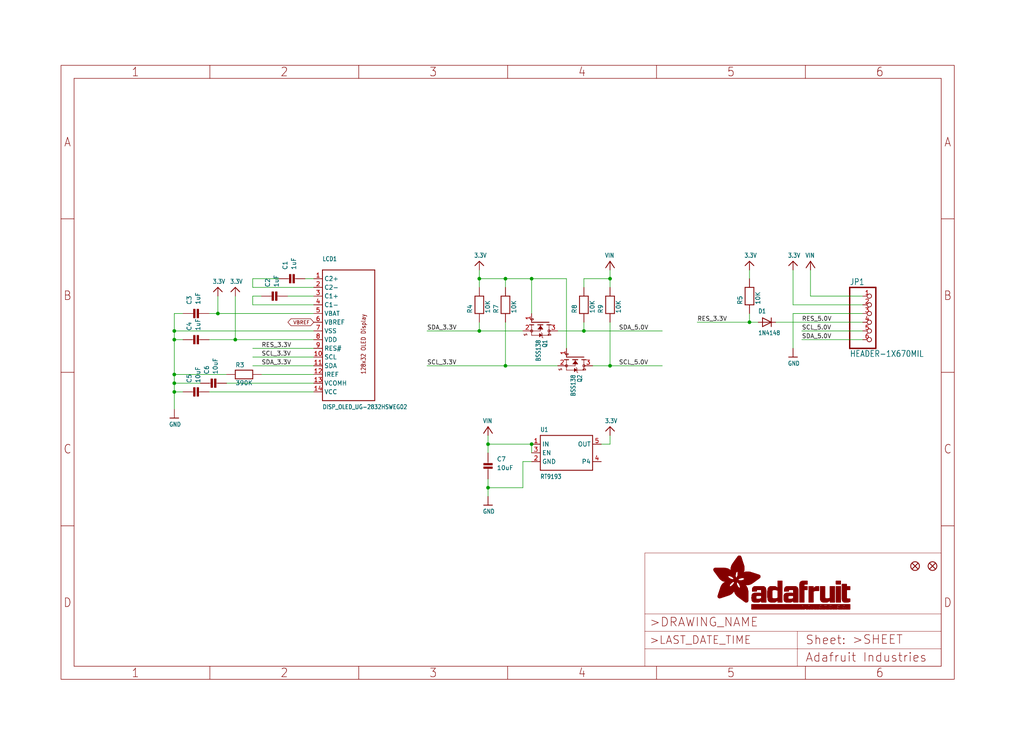
<source format=kicad_sch>
(kicad_sch (version 20211123) (generator eeschema)
  (paper "User" 298.45 217.881)
  (lib_symbols
    (symbol "schematicEagle-eagle-import:3.3V" (power)
      (property "Value" "3.3V" (at -1.524 3.556 0))
      (symbol "3.3V_1_0"
        (pin power_in line (at 0 0 90) (length 2.54) (name "3.3V") (number "1"))
      )
    )
    (symbol "schematicEagle-eagle-import:CAP_CERAMIC0805"
      (property "Reference" "C" (at 2.54 2.54 0))
      (property "Value" "CAP_CERAMIC0805" (at 2.54 0 0))
      (symbol "CAP_CERAMIC0805_1_0"
        (pin passive line (at 0 5.08 270) (length 2.54) (name "P$1") (number "1"))
        (pin passive line (at 0 -2.54 90) (length 2.54) (name "P$2") (number "2"))
      )
    )
    (symbol "schematicEagle-eagle-import:DIODESOD-323F"
      (property "Reference" "D" (at -2.54 2.54 0))
      (property "Value" "DIODESOD-323F" (at -2.54 -3.81 0))
      (symbol "DIODESOD-323F_1_0"
        (pin passive line (at -2.54 0 0) (length 2.54) (name "A") (number "A"))
        (pin passive line (at 2.54 0 180) (length 2.54) (name "C") (number "C"))
      )
    )
    (symbol "schematicEagle-eagle-import:DISP_OLED_UG-2832HSWEG02"
      (property "Reference" "LCD" (at -7.62 22.86 0))
      (property "Value" "DISP_OLED_UG-2832HSWEG02" (at -7.62 -20.32 0))
      (symbol "DISP_OLED_UG-2832HSWEG02_1_0"
        (text "128x32 OLED Display" (at 5.08 -10.16 900) (effects (font (size 1.27 1.0795)) (justify left bottom)))
        (pin bidirectional line (at -10.16 17.78 0) (length 2.54) (name "C2+") (number "1"))
        (pin bidirectional line (at -10.16 -5.08 0) (length 2.54) (name "SCL") (number "10"))
        (pin bidirectional line (at -10.16 -7.62 0) (length 2.54) (name "SDA") (number "11"))
        (pin bidirectional line (at -10.16 -10.16 0) (length 2.54) (name "IREF") (number "12"))
        (pin power_in line (at -10.16 -12.7 0) (length 2.54) (name "VCOMH") (number "13"))
        (pin power_in line (at -10.16 -15.24 0) (length 2.54) (name "VCC") (number "14"))
        (pin bidirectional line (at -10.16 15.24 0) (length 2.54) (name "C2-") (number "2"))
        (pin bidirectional line (at -10.16 12.7 0) (length 2.54) (name "C1+") (number "3"))
        (pin bidirectional line (at -10.16 10.16 0) (length 2.54) (name "C1-") (number "4"))
        (pin power_in line (at -10.16 7.62 0) (length 2.54) (name "VBAT") (number "5"))
        (pin power_in line (at -10.16 5.08 0) (length 2.54) (name "VBREF") (number "6"))
        (pin power_in line (at -10.16 2.54 0) (length 2.54) (name "VSS") (number "7"))
        (pin power_in line (at -10.16 0 0) (length 2.54) (name "VDD") (number "8"))
        (pin bidirectional line (at -10.16 -2.54 0) (length 2.54) (name "RES#") (number "9"))
      )
    )
    (symbol "schematicEagle-eagle-import:FIDUCIAL{dblquote}{dblquote}")
    (symbol "schematicEagle-eagle-import:FRAME_A4_ADAFRUIT"
      (symbol "FRAME_A4_ADAFRUIT_0_0"
        (text "1" (at 21.6958 1.905 0) (effects (font (size 2.54 2.286))))
        (text "1" (at 21.6958 177.165 0) (effects (font (size 2.54 2.286))))
        (text "2" (at 65.0875 1.905 0) (effects (font (size 2.54 2.286))))
        (text "2" (at 65.0875 177.165 0) (effects (font (size 2.54 2.286))))
        (text "3" (at 108.4792 1.905 0) (effects (font (size 2.54 2.286))))
        (text "3" (at 108.4792 177.165 0) (effects (font (size 2.54 2.286))))
        (text "4" (at 151.8708 1.905 0) (effects (font (size 2.54 2.286))))
        (text "4" (at 151.8708 177.165 0) (effects (font (size 2.54 2.286))))
        (text "5" (at 195.2625 1.905 0) (effects (font (size 2.54 2.286))))
        (text "5" (at 195.2625 177.165 0) (effects (font (size 2.54 2.286))))
        (text "6" (at 238.6542 1.905 0) (effects (font (size 2.54 2.286))))
        (text "6" (at 238.6542 177.165 0) (effects (font (size 2.54 2.286))))
        (text "A" (at 1.905 156.6863 0) (effects (font (size 2.54 2.286))))
        (text "A" (at 258.445 156.6863 0) (effects (font (size 2.54 2.286))))
        (text "B" (at 1.905 111.9188 0) (effects (font (size 2.54 2.286))))
        (text "B" (at 258.445 111.9188 0) (effects (font (size 2.54 2.286))))
        (text "C" (at 1.905 67.1513 0) (effects (font (size 2.54 2.286))))
        (text "C" (at 258.445 67.1513 0) (effects (font (size 2.54 2.286))))
        (text "D" (at 1.905 22.3838 0) (effects (font (size 2.54 2.286))))
        (text "D" (at 258.445 22.3838 0) (effects (font (size 2.54 2.286))))
      )
      (symbol "FRAME_A4_ADAFRUIT_1_0"
        (text ">DRAWING_NAME" (at 171.45 15.24 0) (effects (font (size 2.54 2.54)) (justify left bottom)))
        (text ">LAST_DATE_TIME" (at 171.45 10.16 0) (effects (font (size 2.286 2.286)) (justify left bottom)))
        (text ">SHEET" (at 230.505 10.16 0) (effects (font (size 2.54 2.54)) (justify left bottom)))
        (text "Adafruit Industries" (at 216.916 4.953 0) (effects (font (size 2.54 2.54)) (justify left bottom)))
        (text "Sheet:" (at 216.916 10.033 0) (effects (font (size 2.54 2.54)) (justify left bottom)))
      )
    )
    (symbol "schematicEagle-eagle-import:GND" (power)
      (property "Value" "GND" (at -1.524 -2.54 0))
      (symbol "GND_1_0"
        (pin power_in line (at 0 2.54 270) (length 2.54) (name "GND") (number "1"))
      )
    )
    (symbol "schematicEagle-eagle-import:HEADER-1X670MIL"
      (property "Reference" "JP" (at -6.35 10.795 0))
      (property "Value" "HEADER-1X670MIL" (at -6.35 -10.16 0))
      (symbol "HEADER-1X670MIL_1_0"
        (pin passive inverted (at -2.54 7.62 0) (length 2.54) (name "1") (number "1"))
        (pin passive inverted (at -2.54 5.08 0) (length 2.54) (name "2") (number "2"))
        (pin passive inverted (at -2.54 2.54 0) (length 2.54) (name "3") (number "3"))
        (pin passive inverted (at -2.54 0 0) (length 2.54) (name "4") (number "4"))
        (pin passive inverted (at -2.54 -2.54 0) (length 2.54) (name "5") (number "5"))
        (pin passive inverted (at -2.54 -5.08 0) (length 2.54) (name "6") (number "6"))
      )
    )
    (symbol "schematicEagle-eagle-import:MOSFET-NWIDE"
      (property "Reference" "Q" (at 5.08 0.635 0))
      (property "Value" "MOSFET-NWIDE" (at 5.08 -1.27 0))
      (symbol "MOSFET-NWIDE_1_0"
        (text "D" (at 3.175 3.175 0) (effects (font (size 0.8128 0.6908)) (justify left bottom)))
        (text "G" (at -1.27 -1.905 0) (effects (font (size 0.8128 0.6908)) (justify left bottom)))
        (text "S" (at 3.175 -3.81 0) (effects (font (size 0.8128 0.6908)) (justify left bottom)))
        (pin bidirectional line (at -2.54 -2.54 0) (length 2.54) (name "G") (number "1"))
        (pin bidirectional line (at 2.54 -5.08 90) (length 2.54) (name "S") (number "2"))
        (pin bidirectional line (at 2.54 5.08 270) (length 2.54) (name "D") (number "3"))
      )
    )
    (symbol "schematicEagle-eagle-import:RESISTOR0805"
      (property "Reference" "R" (at -2.54 2.032 0))
      (property "Value" "RESISTOR0805" (at -2.54 -3.175 0))
      (symbol "RESISTOR0805_1_0"
        (pin passive line (at -5.08 0 0) (length 2.54) (name "1") (number "1"))
        (pin passive line (at 5.08 0 180) (length 2.54) (name "2") (number "2"))
      )
    )
    (symbol "schematicEagle-eagle-import:VIN" (power)
      (property "Value" "VIN" (at -1.524 3.556 0))
      (symbol "VIN_1_0"
        (pin power_in line (at 0 0 90) (length 2.54) (name "VIN") (number "1"))
      )
    )
    (symbol "schematicEagle-eagle-import:VREG_SOT23-5"
      (property "Reference" "U" (at -7.62 6.096 0))
      (property "Value" "VREG_SOT23-5" (at -7.62 -7.62 0))
      (symbol "VREG_SOT23-5_1_0"
        (pin bidirectional line (at -10.16 2.54 0) (length 2.54) (name "IN") (number "1"))
        (pin bidirectional line (at -10.16 -2.54 0) (length 2.54) (name "GND") (number "2"))
        (pin bidirectional line (at -10.16 0 0) (length 2.54) (name "EN") (number "3"))
        (pin bidirectional line (at 10.16 -2.54 180) (length 2.54) (name "P4") (number "4"))
        (pin bidirectional line (at 10.16 2.54 180) (length 2.54) (name "OUT") (number "5"))
      )
    )
  )
  (junction (at 177.8 106.68))
  (junction (at 68.58 99.06))
  (junction (at 63.5 91.44))
  (junction (at 218.44 93.98))
  (junction (at 147.32 81.28))
  (junction (at 142.24 129.54))
  (junction (at 139.7 96.52))
  (junction (at 50.8 96.52))
  (junction (at 147.32 106.68))
  (junction (at 139.7 81.28))
  (junction (at 50.8 99.06))
  (junction (at 50.8 109.22))
  (junction (at 142.24 142.24))
  (junction (at 177.8 81.28))
  (junction (at 154.94 81.28))
  (junction (at 50.8 111.76))
  (junction (at 170.18 96.52))
  (junction (at 154.94 129.54))
  (junction (at 50.8 114.3))
  (wire (pts (xy 152.4 134.62) (xy 152.4 142.24)))
  (wire (pts (xy 50.8 111.76) (xy 50.8 114.3)))
  (wire (pts (xy 139.7 83.82) (xy 139.7 81.28)))
  (wire (pts (xy 139.7 96.52) (xy 139.7 93.98)))
  (wire (pts (xy 152.4 96.52) (xy 139.7 96.52)))
  (wire (pts (xy 231.14 91.44) (xy 231.14 101.6)))
  (wire (pts (xy 91.44 114.3) (xy 60.96 114.3)))
  (wire (pts (xy 139.7 81.28) (xy 139.7 78.74)))
  (wire (pts (xy 50.8 96.52) (xy 50.8 99.06)))
  (wire (pts (xy 154.94 129.54) (xy 154.94 132.08)))
  (wire (pts (xy 81.28 81.28) (xy 73.66 81.28)))
  (wire (pts (xy 220.98 93.98) (xy 218.44 93.98)))
  (wire (pts (xy 170.18 83.82) (xy 170.18 81.28)))
  (wire (pts (xy 172.72 106.68) (xy 177.8 106.68)))
  (wire (pts (xy 91.44 101.6) (xy 73.66 101.6)))
  (wire (pts (xy 177.8 129.54) (xy 177.8 127)))
  (wire (pts (xy 251.46 86.36) (xy 236.22 86.36)))
  (wire (pts (xy 147.32 83.82) (xy 147.32 81.28)))
  (wire (pts (xy 177.8 106.68) (xy 177.8 93.98)))
  (wire (pts (xy 147.32 93.98) (xy 147.32 106.68)))
  (wire (pts (xy 154.94 129.54) (xy 142.24 129.54)))
  (wire (pts (xy 91.44 106.68) (xy 73.66 106.68)))
  (wire (pts (xy 175.26 129.54) (xy 177.8 129.54)))
  (wire (pts (xy 251.46 91.44) (xy 231.14 91.44)))
  (wire (pts (xy 162.56 106.68) (xy 147.32 106.68)))
  (wire (pts (xy 91.44 91.44) (xy 63.5 91.44)))
  (wire (pts (xy 53.34 99.06) (xy 50.8 99.06)))
  (wire (pts (xy 177.8 106.68) (xy 193.04 106.68)))
  (wire (pts (xy 73.66 83.82) (xy 91.44 83.82)))
  (wire (pts (xy 170.18 81.28) (xy 177.8 81.28)))
  (wire (pts (xy 251.46 96.52) (xy 233.68 96.52)))
  (wire (pts (xy 165.1 81.28) (xy 154.94 81.28)))
  (wire (pts (xy 76.2 86.36) (xy 73.66 86.36)))
  (wire (pts (xy 91.44 81.28) (xy 88.9 81.28)))
  (wire (pts (xy 165.1 101.6) (xy 165.1 81.28)))
  (wire (pts (xy 236.22 86.36) (xy 236.22 78.74)))
  (wire (pts (xy 154.94 91.44) (xy 154.94 81.28)))
  (wire (pts (xy 91.44 99.06) (xy 68.58 99.06)))
  (wire (pts (xy 91.44 104.14) (xy 73.66 104.14)))
  (wire (pts (xy 218.44 78.74) (xy 218.44 81.28)))
  (wire (pts (xy 63.5 91.44) (xy 60.96 91.44)))
  (wire (pts (xy 50.8 91.44) (xy 50.8 96.52)))
  (wire (pts (xy 73.66 86.36) (xy 73.66 88.9)))
  (wire (pts (xy 50.8 99.06) (xy 50.8 109.22)))
  (wire (pts (xy 147.32 81.28) (xy 139.7 81.28)))
  (wire (pts (xy 251.46 99.06) (xy 233.68 99.06)))
  (wire (pts (xy 251.46 93.98) (xy 226.06 93.98)))
  (wire (pts (xy 162.56 96.52) (xy 170.18 96.52)))
  (wire (pts (xy 66.04 109.22) (xy 50.8 109.22)))
  (wire (pts (xy 91.44 96.52) (xy 50.8 96.52)))
  (wire (pts (xy 53.34 114.3) (xy 50.8 114.3)))
  (wire (pts (xy 50.8 109.22) (xy 50.8 111.76)))
  (wire (pts (xy 231.14 88.9) (xy 231.14 78.74)))
  (wire (pts (xy 139.7 96.52) (xy 124.46 96.52)))
  (wire (pts (xy 68.58 86.36) (xy 68.58 99.06)))
  (wire (pts (xy 142.24 142.24) (xy 142.24 144.78)))
  (wire (pts (xy 68.58 99.06) (xy 60.96 99.06)))
  (wire (pts (xy 73.66 81.28) (xy 73.66 83.82)))
  (wire (pts (xy 147.32 106.68) (xy 124.46 106.68)))
  (wire (pts (xy 63.5 86.36) (xy 63.5 91.44)))
  (wire (pts (xy 50.8 114.3) (xy 50.8 119.38)))
  (wire (pts (xy 152.4 142.24) (xy 142.24 142.24)))
  (wire (pts (xy 170.18 96.52) (xy 193.04 96.52)))
  (wire (pts (xy 218.44 91.44) (xy 218.44 93.98)))
  (wire (pts (xy 58.42 111.76) (xy 50.8 111.76)))
  (wire (pts (xy 73.66 88.9) (xy 91.44 88.9)))
  (wire (pts (xy 91.44 109.22) (xy 76.2 109.22)))
  (wire (pts (xy 154.94 81.28) (xy 147.32 81.28)))
  (wire (pts (xy 170.18 96.52) (xy 170.18 93.98)))
  (wire (pts (xy 142.24 132.08) (xy 142.24 129.54)))
  (wire (pts (xy 142.24 129.54) (xy 142.24 127)))
  (wire (pts (xy 53.34 91.44) (xy 50.8 91.44)))
  (wire (pts (xy 177.8 83.82) (xy 177.8 81.28)))
  (wire (pts (xy 251.46 88.9) (xy 231.14 88.9)))
  (wire (pts (xy 91.44 111.76) (xy 66.04 111.76)))
  (wire (pts (xy 154.94 134.62) (xy 152.4 134.62)))
  (wire (pts (xy 142.24 142.24) (xy 142.24 139.7)))
  (wire (pts (xy 177.8 81.28) (xy 177.8 78.74)))
  (wire (pts (xy 91.44 86.36) (xy 83.82 86.36)))
  (wire (pts (xy 218.44 93.98) (xy 203.2 93.98)))
  (label "SDA_3.3V" (at 76.2 106.68 0) (effects (font (size 1.2446 1.2446))))
  (label "SDA_5.0V" (at 233.68 99.06 0) (effects (font (size 1.2446 1.2446))))
  (label "SCL_3.3V" (at 124.46 106.68 0) (effects (font (size 1.2446 1.2446))))
  (label "SDA_5.0V" (at 180.34 96.52 0) (effects (font (size 1.2446 1.2446))))
  (label "SDA_3.3V" (at 124.46 96.52 0) (effects (font (size 1.2446 1.2446))))
  (label "RES_3.3V" (at 203.2 93.98 0) (effects (font (size 1.2446 1.2446))))
  (label "RES_5.0V" (at 233.68 93.98 0) (effects (font (size 1.2446 1.2446))))
  (label "SCL_5.0V" (at 180.34 106.68 0) (effects (font (size 1.2446 1.2446))))
  (label "RES_3.3V" (at 76.2 101.6 0) (effects (font (size 1.2446 1.2446))))
  (label "SCL_5.0V" (at 233.68 96.52 0) (effects (font (size 1.2446 1.2446))))
  (label "SCL_3.3V" (at 76.2 104.14 0) (effects (font (size 1.2446 1.2446))))
  (global_label "VBREF" (shape bidirectional) (at 91.44 93.98 180) (effects (font (size 1.016 1.016))) (property "Intersheet References" "${INTERSHEET_REFS}" (effects hide)))
  (symbol (lib_id "schematicEagle-eagle-import:CAP_CERAMIC0805") (at 81.28 86.36 90) (unit 1)
    (property "Reference" "C2" (at 78.74 83.82 0) (effects (justify left bottom)))
    (property "Value" "1uF" (at 81.28 83.82 0) (effects (justify left bottom)))
    (property "Footprint" "schematicEagle:0805" (effects hide))
  )
  (symbol (lib_id "schematicEagle-eagle-import:CAP_CERAMIC0805") (at 86.36 81.28 90) (unit 1)
    (property "Reference" "C1" (at 83.82 78.74 0) (effects (justify left bottom)))
    (property "Value" "1uF" (at 86.36 78.74 0) (effects (justify left bottom)))
    (property "Footprint" "schematicEagle:0805" (effects hide))
  )
  (symbol (lib_id "schematicEagle-eagle-import:GND") (at 231.14 104.14 0) (unit 1)
    (property "Reference" "#U$8" (effects hide))
    (property "Value" "GND" (at 229.616 106.68 0) (effects (font (size 1.27 1.0795)) (justify left bottom)))
    (property "Footprint" "schematicEagle:" (effects hide))
  )
  (symbol (lib_id "schematicEagle-eagle-import:RESISTOR0805") (at 71.12 109.22 0) (unit 1)
    (property "Reference" "R3" (at 68.58 107.188 0) (effects (justify left bottom)))
    (property "Value" "390K" (at 68.58 112.395 0) (effects (justify left bottom)))
    (property "Footprint" "schematicEagle:0805" (effects hide))
  )
  (symbol (lib_id "schematicEagle-eagle-import:MOSFET-NWIDE") (at 157.48 93.98 270) (unit 1)
    (property "Reference" "Q1" (at 158.115 99.06 0) (effects (font (size 1.27 1.0795)) (justify left bottom)))
    (property "Value" "BSS138" (at 156.21 99.06 0) (effects (font (size 1.27 1.0795)) (justify left bottom)))
    (property "Footprint" "schematicEagle:SOT23-WIDE" (effects hide))
  )
  (symbol (lib_id "schematicEagle-eagle-import:GND") (at 50.8 121.92 0) (unit 1)
    (property "Reference" "#U$5" (effects hide))
    (property "Value" "GND" (at 49.276 124.46 0) (effects (font (size 1.27 1.0795)) (justify left bottom)))
    (property "Footprint" "schematicEagle:" (effects hide))
  )
  (symbol (lib_id "schematicEagle-eagle-import:CAP_CERAMIC0805") (at 58.42 114.3 90) (unit 1)
    (property "Reference" "C5" (at 55.88 111.76 0) (effects (justify left bottom)))
    (property "Value" "10uF" (at 58.42 111.76 0) (effects (justify left bottom)))
    (property "Footprint" "schematicEagle:0805" (effects hide))
  )
  (symbol (lib_id "schematicEagle-eagle-import:FIDUCIAL{dblquote}{dblquote}") (at 266.7 165.1 0) (unit 1)
    (property "Reference" "FID2" (effects hide))
    (property "Value" "FIDUCIAL{dblquote}{dblquote}" (effects hide))
    (property "Footprint" "schematicEagle:FIDUCIAL_1MM" (effects hide))
  )
  (symbol (lib_id "schematicEagle-eagle-import:MOSFET-NWIDE") (at 167.64 104.14 270) (unit 1)
    (property "Reference" "Q2" (at 168.275 109.22 0) (effects (font (size 1.27 1.0795)) (justify left bottom)))
    (property "Value" "BSS138" (at 166.37 109.22 0) (effects (font (size 1.27 1.0795)) (justify left bottom)))
    (property "Footprint" "schematicEagle:SOT23-WIDE" (effects hide))
  )
  (symbol (lib_id "schematicEagle-eagle-import:HEADER-1X670MIL") (at 254 93.98 0) (unit 1)
    (property "Reference" "JP1" (at 247.65 83.185 0) (effects (font (size 1.778 1.5113)) (justify left bottom)))
    (property "Value" "HEADER-1X670MIL" (at 247.65 104.14 0) (effects (font (size 1.778 1.5113)) (justify left bottom)))
    (property "Footprint" "schematicEagle:1X06_ROUND_70" (effects hide))
  )
  (symbol (lib_id "schematicEagle-eagle-import:3.3V") (at 177.8 127 0) (unit 1)
    (property "Reference" "#U$14" (effects hide))
    (property "Value" "3.3V" (at 176.276 123.444 0) (effects (font (size 1.27 1.0795)) (justify left bottom)))
    (property "Footprint" "schematicEagle:" (effects hide))
  )
  (symbol (lib_id "schematicEagle-eagle-import:CAP_CERAMIC0805") (at 58.42 99.06 90) (unit 1)
    (property "Reference" "C4" (at 55.88 96.52 0) (effects (justify left bottom)))
    (property "Value" "1uF" (at 58.42 96.52 0) (effects (justify left bottom)))
    (property "Footprint" "schematicEagle:0805" (effects hide))
  )
  (symbol (lib_id "schematicEagle-eagle-import:VIN") (at 177.8 78.74 0) (unit 1)
    (property "Reference" "#U$9" (effects hide))
    (property "Value" "VIN" (at 176.276 75.184 0) (effects (font (size 1.27 1.0795)) (justify left bottom)))
    (property "Footprint" "schematicEagle:" (effects hide))
  )
  (symbol (lib_id "schematicEagle-eagle-import:VREG_SOT23-5") (at 165.1 132.08 0) (unit 1)
    (property "Reference" "U1" (at 157.48 125.984 0) (effects (font (size 1.27 1.0795)) (justify left bottom)))
    (property "Value" "RT9193" (at 157.48 139.7 0) (effects (font (size 1.27 1.0795)) (justify left bottom)))
    (property "Footprint" "schematicEagle:SOT23-5" (effects hide))
  )
  (symbol (lib_id "schematicEagle-eagle-import:RESISTOR0805") (at 139.7 88.9 90) (unit 1)
    (property "Reference" "R4" (at 137.668 91.44 0) (effects (justify left bottom)))
    (property "Value" "10K" (at 142.875 91.44 0) (effects (justify left bottom)))
    (property "Footprint" "schematicEagle:0805" (effects hide))
  )
  (symbol (lib_id "schematicEagle-eagle-import:VIN") (at 236.22 78.74 0) (unit 1)
    (property "Reference" "#U$12" (effects hide))
    (property "Value" "VIN" (at 234.696 75.184 0) (effects (font (size 1.27 1.0795)) (justify left bottom)))
    (property "Footprint" "schematicEagle:" (effects hide))
  )
  (symbol (lib_id "schematicEagle-eagle-import:GND") (at 142.24 147.32 0) (unit 1)
    (property "Reference" "#U$13" (effects hide))
    (property "Value" "GND" (at 140.716 149.86 0) (effects (font (size 1.27 1.0795)) (justify left bottom)))
    (property "Footprint" "schematicEagle:" (effects hide))
  )
  (symbol (lib_id "schematicEagle-eagle-import:VIN") (at 142.24 127 0) (unit 1)
    (property "Reference" "#U$11" (effects hide))
    (property "Value" "VIN" (at 140.716 123.444 0) (effects (font (size 1.27 1.0795)) (justify left bottom)))
    (property "Footprint" "schematicEagle:" (effects hide))
  )
  (symbol (lib_id "schematicEagle-eagle-import:CAP_CERAMIC0805") (at 63.5 111.76 90) (unit 1)
    (property "Reference" "C6" (at 60.96 109.22 0) (effects (justify left bottom)))
    (property "Value" "10uF" (at 63.5 109.22 0) (effects (justify left bottom)))
    (property "Footprint" "schematicEagle:0805" (effects hide))
  )
  (symbol (lib_id "schematicEagle-eagle-import:3.3V") (at 139.7 78.74 0) (unit 1)
    (property "Reference" "#U$10" (effects hide))
    (property "Value" "3.3V" (at 138.176 75.184 0) (effects (font (size 1.27 1.0795)) (justify left bottom)))
    (property "Footprint" "schematicEagle:" (effects hide))
  )
  (symbol (lib_id "schematicEagle-eagle-import:RESISTOR0805") (at 177.8 88.9 90) (unit 1)
    (property "Reference" "R9" (at 175.768 91.44 0) (effects (justify left bottom)))
    (property "Value" "10K" (at 180.975 91.44 0) (effects (justify left bottom)))
    (property "Footprint" "schematicEagle:0805" (effects hide))
  )
  (symbol (lib_id "schematicEagle-eagle-import:CAP_CERAMIC0805") (at 58.42 91.44 90) (unit 1)
    (property "Reference" "C3" (at 55.88 88.9 0) (effects (justify left bottom)))
    (property "Value" "1uF" (at 58.42 88.9 0) (effects (justify left bottom)))
    (property "Footprint" "schematicEagle:0805" (effects hide))
  )
  (symbol (lib_id "schematicEagle-eagle-import:3.3V") (at 231.14 78.74 0) (unit 1)
    (property "Reference" "#U$3" (effects hide))
    (property "Value" "3.3V" (at 229.616 75.184 0) (effects (font (size 1.27 1.0795)) (justify left bottom)))
    (property "Footprint" "schematicEagle:" (effects hide))
  )
  (symbol (lib_id "schematicEagle-eagle-import:RESISTOR0805") (at 170.18 88.9 90) (unit 1)
    (property "Reference" "R8" (at 168.148 91.44 0) (effects (justify left bottom)))
    (property "Value" "10K" (at 173.355 91.44 0) (effects (justify left bottom)))
    (property "Footprint" "schematicEagle:0805" (effects hide))
  )
  (symbol (lib_id "schematicEagle-eagle-import:3.3V") (at 218.44 78.74 0) (unit 1)
    (property "Reference" "#U$15" (effects hide))
    (property "Value" "3.3V" (at 216.916 75.184 0) (effects (font (size 1.27 1.0795)) (justify left bottom)))
    (property "Footprint" "schematicEagle:" (effects hide))
  )
  (symbol (lib_id "schematicEagle-eagle-import:DIODESOD-323F") (at 223.52 93.98 0) (unit 1)
    (property "Reference" "D1" (at 220.98 91.44 0) (effects (font (size 1.27 1.0795)) (justify left bottom)))
    (property "Value" "1N4148" (at 220.98 97.79 0) (effects (font (size 1.27 1.0795)) (justify left bottom)))
    (property "Footprint" "schematicEagle:SOD-323F" (effects hide))
  )
  (symbol (lib_id "schematicEagle-eagle-import:RESISTOR0805") (at 218.44 86.36 90) (unit 1)
    (property "Reference" "R5" (at 216.408 88.9 0) (effects (justify left bottom)))
    (property "Value" "10K" (at 221.615 88.9 0) (effects (justify left bottom)))
    (property "Footprint" "schematicEagle:0805" (effects hide))
  )
  (symbol (lib_id "schematicEagle-eagle-import:3.3V") (at 68.58 86.36 0) (unit 1)
    (property "Reference" "#U$2" (effects hide))
    (property "Value" "3.3V" (at 67.056 82.804 0) (effects (font (size 1.27 1.0795)) (justify left bottom)))
    (property "Footprint" "schematicEagle:" (effects hide))
  )
  (symbol (lib_id "schematicEagle-eagle-import:FIDUCIAL{dblquote}{dblquote}") (at 271.78 165.1 0) (unit 1)
    (property "Reference" "FID1" (effects hide))
    (property "Value" "FIDUCIAL{dblquote}{dblquote}" (effects hide))
    (property "Footprint" "schematicEagle:FIDUCIAL_1MM" (effects hide))
  )
  (symbol (lib_id "schematicEagle-eagle-import:DISP_OLED_UG-2832HSWEG02") (at 101.6 99.06 0) (unit 1)
    (property "Reference" "LCD1" (at 93.98 76.2 0) (effects (font (size 1.27 1.0795)) (justify left bottom)))
    (property "Value" "DISP_OLED_UG-2832HSWEG02" (at 93.98 119.38 0) (effects (font (size 1.27 1.0795)) (justify left bottom)))
    (property "Footprint" "schematicEagle:UG-2832HSWEG02_WRAPUNDER" (effects hide))
  )
  (symbol (lib_id "schematicEagle-eagle-import:CAP_CERAMIC0805") (at 142.24 137.16 0) (unit 1)
    (property "Reference" "C7" (at 144.78 134.62 0) (effects (justify left bottom)))
    (property "Value" "10uF" (at 144.78 137.16 0) (effects (justify left bottom)))
    (property "Footprint" "schematicEagle:0805" (effects hide))
  )
  (symbol (lib_id "schematicEagle-eagle-import:RESISTOR0805") (at 147.32 88.9 90) (unit 1)
    (property "Reference" "R7" (at 145.288 91.44 0) (effects (justify left bottom)))
    (property "Value" "10K" (at 150.495 91.44 0) (effects (justify left bottom)))
    (property "Footprint" "schematicEagle:0805" (effects hide))
  )
  (symbol (lib_id "schematicEagle-eagle-import:FRAME_A4_ADAFRUIT") (at 17.78 198.12 0) (unit 1)
    (property "Reference" "#U$1" (effects hide))
    (property "Value" "FRAME_A4_ADAFRUIT" (effects hide))
    (property "Footprint" "schematicEagle:" (effects hide))
  )
  (symbol (lib_id "schematicEagle-eagle-import:3.3V") (at 63.5 86.36 0) (unit 1)
    (property "Reference" "#U$4" (effects hide))
    (property "Value" "3.3V" (at 61.976 82.804 0) (effects (font (size 1.27 1.0795)) (justify left bottom)))
    (property "Footprint" "schematicEagle:" (effects hide))
  )
)
</source>
